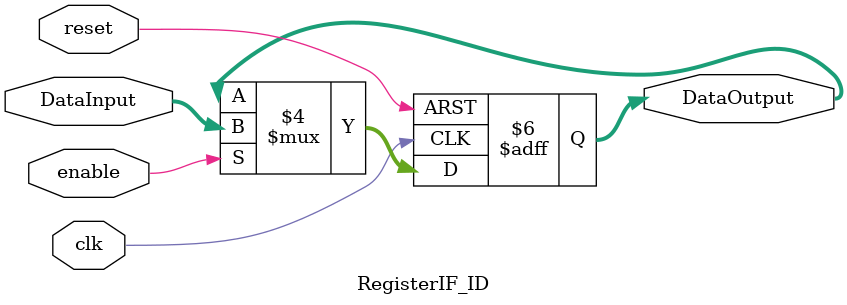
<source format=v>
/******************************************************************
* Description
*	This the basic register that is used in the register file
*	1.0
* Author:
*	Dr. José Luis Pizano Escalante
* email:
*	luispizano@iteso.mx
* Date:
*	16/08/2021
******************************************************************/
module RegisterIF_ID
#(
	parameter N = 32,
	parameter initvalue = 0
)
(
	input clk,
	input reset,
	input enable,
	input  [N-1:0] DataInput,
	
	
	output reg [N-1:0] DataOutput
);

always@(negedge reset or negedge clk) 
	begin
			if(reset==0)
				DataOutput <= initvalue;
			else	
			if(enable==1)
				DataOutput<=DataInput;
	end
endmodule
</source>
